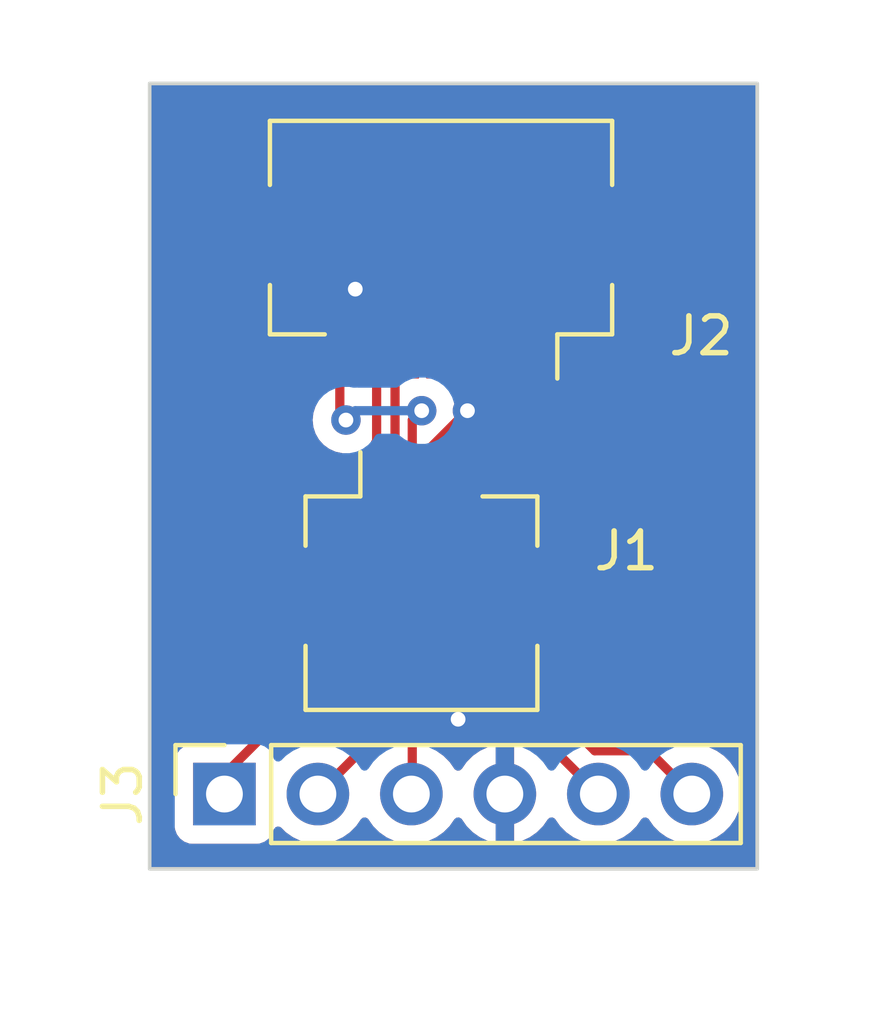
<source format=kicad_pcb>
(kicad_pcb (version 20221018) (generator pcbnew)
  (layers (0 "F.Cu" signal) (31 "B.Cu" signal) (34 "B.Paste" user) (35 "F.Paste" user) (36 "B.SilkS" user "B.Silkscreen") (37 "F.SilkS" user "F.Silkscreen") (38 "B.Mask" user) (39 "F.Mask" user) (44 "Edge.Cuts" user))
  (net 0 "")
  (net 1 "VDDHI")
  (net 2 "GND")
  (net 3 "SDA")
  (net 4 "SCL")
  (net 9 "RDY")
  (net 10 "NRST")
  (footprint "Connector_FFC-FPC:Hirose_FH12-12S-0.5SH_1x12-1MP_P0.50mm_Horizontal" (layer "F.Cu") (at 86.15 40.568 180)
    (fp_text reference "J1" (at -5.036 -7.184) (layer "F.SilkS"))
    (fp_text value "Conn_01x12_Socket")
    (fp_line (start -4.65 -1.3) (end -4.65 0.04) (stroke (width 0.12)) (layer "F.SilkS"))
    (fp_line (start -4.65 2.76) (end -4.65 4.5) (stroke (width 0.12)) (layer "F.SilkS"))
    (fp_line (start -4.65 4.5) (end 4.65 4.5) (stroke (width 0.12)) (layer "F.SilkS"))
    (fp_line (start -3.16 -1.3) (end -4.65 -1.3) (stroke (width 0.12)) (layer "F.SilkS"))
    (fp_line (start -3.16 -1.3) (end -3.16 -2.5) (stroke (width 0.12)) (layer "F.SilkS"))
    (fp_line (start 3.16 -1.3) (end 4.65 -1.3) (stroke (width 0.12)) (layer "F.SilkS"))
    (fp_line (start 4.65 -1.3) (end 4.65 0.04) (stroke (width 0.12)) (layer "F.SilkS"))
    (fp_line (start 4.65 4.5) (end 4.65 2.76) (stroke (width 0.12)) (layer "F.SilkS"))
    (pad "1" smd rect (at -2.75 -1.85 180) (size 0.3 1.3) (layers "F.Cu" "F.Paste" "F.Mask"))
    (pad "2" smd rect (at -2.25 -1.85 180) (size 0.3 1.3) (layers "F.Cu" "F.Paste" "F.Mask"))
    (pad "3" smd rect (at -1.75 -1.85 180) (size 0.3 1.3) (layers "F.Cu" "F.Paste" "F.Mask") (net 9 "RDY"))
    (pad "4" smd rect (at -1.25 -1.85 180) (size 0.3 1.3) (layers "F.Cu" "F.Paste" "F.Mask"))
    (pad "5" smd rect (at -0.75 -1.85 180) (size 0.3 1.3) (layers "F.Cu" "F.Paste" "F.Mask"))
    (pad "6" smd rect (at -0.25 -1.85 180) (size 0.3 1.3) (layers "F.Cu" "F.Paste" "F.Mask"))
    (pad "7" smd rect (at 0.25 -1.85 180) (size 0.3 1.3) (layers "F.Cu" "F.Paste" "F.Mask"))
    (pad "8" smd rect (at 0.75 -1.85 180) (size 0.3 1.3) (layers "F.Cu" "F.Paste" "F.Mask"))
    (pad "9" smd rect (at 1.25 -1.85 180) (size 0.3 1.3) (layers "F.Cu" "F.Paste" "F.Mask") (net 4 "SCL"))
    (pad "10" smd rect (at 1.75 -1.85 180) (size 0.3 1.3) (layers "F.Cu" "F.Paste" "F.Mask") (net 3 "SDA"))
    (pad "11" smd rect (at 2.25 -1.85 180) (size 0.3 1.3) (layers "F.Cu" "F.Paste" "F.Mask") (net 2 "GND"))
    (pad "12" smd rect (at 2.75 -1.85 180) (size 0.3 1.3) (layers "F.Cu" "F.Paste" "F.Mask") (net 1 "VDDHI"))
    (pad "MP" smd rect (at -4.65 1.4 180) (size 1.8 2.2) (layers "F.Cu" "F.Paste" "F.Mask"))
    (pad "MP" smd rect (at 4.65 1.4 180) (size 1.8 2.2) (layers "F.Cu" "F.Paste" "F.Mask"))
  )
  (footprint "Connector_PinSocket_2.54mm:PinSocket_1x06_P2.54mm_Vertical" (layer "F.Cu") (at 80.264 54.356 90)
    (fp_text reference "J3" (at 0 -2.77 90) (layer "F.SilkS"))
    (fp_text value "Conn_01x06_Pin")
    (fp_line (start -1.33 1.27) (end -1.33 14.03) (stroke (width 0.12)) (layer "F.SilkS"))
    (fp_line (start -1.33 1.27) (end 1.33 1.27) (stroke (width 0.12)) (layer "F.SilkS"))
    (fp_line (start -1.33 14.03) (end 1.33 14.03) (stroke (width 0.12)) (layer "F.SilkS"))
    (fp_line (start 0 -1.33) (end 1.33 -1.33) (stroke (width 0.12)) (layer "F.SilkS"))
    (fp_line (start 1.33 -1.33) (end 1.33 0) (stroke (width 0.12)) (layer "F.SilkS"))
    (fp_line (start 1.33 1.27) (end 1.33 14.03) (stroke (width 0.12)) (layer "F.SilkS"))
    (pad "1" thru_hole rect (at 0 0 90) (size 1.7 1.7) (drill 1) (layers "*.Cu" "*.Mask") (net 3 "SDA"))
    (pad "2" thru_hole oval (at 0 2.54 90) (size 1.7 1.7) (drill 1) (layers "*.Cu" "*.Mask") (net 4 "SCL"))
    (pad "3" thru_hole oval (at 0 5.08 90) (size 1.7 1.7) (drill 1) (layers "*.Cu" "*.Mask") (net 1 "VDDHI"))
    (pad "4" thru_hole oval (at 0 7.62 90) (size 1.7 1.7) (drill 1) (layers "*.Cu" "*.Mask") (net 2 "GND"))
    (pad "5" thru_hole oval (at 0 10.16 90) (size 1.7 1.7) (drill 1) (layers "*.Cu" "*.Mask") (net 10 "NRST"))
    (pad "6" thru_hole oval (at 0 12.7 90) (size 1.7 1.7) (drill 1) (layers "*.Cu" "*.Mask") (net 9 "RDY"))
  )
  (footprint "Connector_FFC-FPC:Hirose_FH12-6S-0.5SH_1x06-1MP_P0.50mm_Horizontal" (layer "F.Cu") (at 85.618 47.57)
    (fp_text reference "J2" (at 7.6 -5.66) (layer "F.SilkS"))
    (fp_text value "Conn_01x06_Socket")
    (fp_line (start -3.15 -1.3) (end -3.15 0.04) (stroke (width 0.12)) (layer "F.SilkS"))
    (fp_line (start -3.15 2.76) (end -3.15 4.5) (stroke (width 0.12)) (layer "F.SilkS"))
    (fp_line (start -3.15 4.5) (end 3.15 4.5) (stroke (width 0.12)) (layer "F.SilkS"))
    (fp_line (start -1.66 -1.3) (end -3.15 -1.3) (stroke (width 0.12)) (layer "F.SilkS"))
    (fp_line (start -1.66 -1.3) (end -1.66 -2.5) (stroke (width 0.12)) (layer "F.SilkS"))
    (fp_line (start 1.66 -1.3) (end 3.15 -1.3) (stroke (width 0.12)) (layer "F.SilkS"))
    (fp_line (start 3.15 -1.3) (end 3.15 0.04) (stroke (width 0.12)) (layer "F.SilkS"))
    (fp_line (start 3.15 4.5) (end 3.15 2.76) (stroke (width 0.12)) (layer "F.SilkS"))
    (pad "1" smd rect (at -1.25 -1.85) (size 0.3 1.3) (layers "F.Cu" "F.Paste" "F.Mask") (net 3 "SDA"))
    (pad "2" smd rect (at -0.75 -1.85) (size 0.3 1.3) (layers "F.Cu" "F.Paste" "F.Mask") (net 4 "SCL"))
    (pad "3" smd rect (at -0.25 -1.85) (size 0.3 1.3) (layers "F.Cu" "F.Paste" "F.Mask") (net 1 "VDDHI"))
    (pad "4" smd rect (at 0.25 -1.85) (size 0.3 1.3) (layers "F.Cu" "F.Paste" "F.Mask") (net 2 "GND"))
    (pad "5" smd rect (at 0.75 -1.85) (size 0.3 1.3) (layers "F.Cu" "F.Paste" "F.Mask") (net 10 "NRST"))
    (pad "6" smd rect (at 1.25 -1.85) (size 0.3 1.3) (layers "F.Cu" "F.Paste" "F.Mask") (net 9 "RDY"))
    (pad "MP" smd rect (at -3.15 1.4) (size 1.8 2.2) (layers "F.Cu" "F.Paste" "F.Mask"))
    (pad "MP" smd rect (at 3.15 1.4) (size 1.8 2.2) (layers "F.Cu" "F.Paste" "F.Mask"))
  )
  (gr_rect (start 78.232 35.052) (end 94.742 56.388) (stroke (width 0.1)) (fill none) (layer "Edge.Cuts"))
  (segment (start 85.368 45.72) (end 85.368 54.332) (width 0.25) (layer "F.Cu") (net 1))
  (segment (start 85.368 54.332) (end 85.344 54.356) (width 0.25) (layer "F.Cu") (net 1))
  (segment (start 83.4 42.418) (end 83.4 44.03) (width 0.25) (layer "F.Cu") (net 1))
  (segment (start 85.368 44.1985) (end 85.6245 43.942) (width 0.25) (layer "F.Cu") (net 1))
  (segment (start 83.4 44.03) (end 83.566 44.196) (width 0.25) (layer "F.Cu") (net 1))
  (segment (start 85.368 45.72) (end 85.368 44.1985) (width 0.25) (layer "F.Cu") (net 1))
  (via (at 83.566 44.196) (size 0.8) (drill 0.4) (layers "F.Cu" "B.Cu") (net 1))
  (via (at 85.6245 43.942) (size 0.8) (drill 0.4) (layers "F.Cu" "B.Cu") (net 1))
  (segment (start 85.6245 43.942) (end 83.82 43.942) (width 0.25) (layer "B.Cu") (net 1))
  (segment (start 83.82 43.942) (end 83.566 44.196) (width 0.25) (layer "B.Cu") (net 1))
  (segment (start 83.9 40.72) (end 83.82 40.64) (width 0.25) (layer "F.Cu") (net 2))
  (segment (start 85.868 51.578) (end 86.614 52.324) (width 0.25) (layer "F.Cu") (net 2))
  (segment (start 83.9 42.418) (end 83.9 40.72) (width 0.25) (layer "F.Cu") (net 2))
  (segment (start 85.868 44.942) (end 86.868 43.942) (width 0.25) (layer "F.Cu") (net 2))
  (segment (start 85.868 45.72) (end 85.868 51.578) (width 0.25) (layer "F.Cu") (net 2))
  (segment (start 85.868 45.72) (end 85.868 44.942) (width 0.25) (layer "F.Cu") (net 2))
  (via (at 86.614 52.324) (size 0.8) (drill 0.4) (layers "F.Cu" "B.Cu") (net 2))
  (via (at 83.82 40.64) (size 0.8) (drill 0.4) (layers "F.Cu" "B.Cu") (net 2))
  (via (at 86.868 43.942) (size 0.8) (drill 0.4) (layers "F.Cu" "B.Cu") (net 2))
  (segment (start 84.368 49.72) (end 80.264 53.824) (width 0.25) (layer "F.Cu") (net 3))
  (segment (start 80.264 53.824) (end 80.264 54.356) (width 0.25) (layer "F.Cu") (net 3))
  (segment (start 84.368 45.72) (end 84.368 49.72) (width 0.25) (layer "F.Cu") (net 3))
  (segment (start 84.4 44.788) (end 84.4 42.418) (width 0.25) (layer "F.Cu") (net 3))
  (segment (start 84.368 45.72) (end 84.368 44.82) (width 0.25) (layer "F.Cu") (net 3))
  (segment (start 84.368 44.82) (end 84.4 44.788) (width 0.25) (layer "F.Cu") (net 3))
  (segment (start 84.868 52.292) (end 82.804 54.356) (width 0.25) (layer "F.Cu") (net 4))
  (segment (start 84.9 44.788) (end 84.9 42.418) (width 0.25) (layer "F.Cu") (net 4))
  (segment (start 84.868 45.72) (end 84.868 44.82) (width 0.25) (layer "F.Cu") (net 4))
  (segment (start 84.868 45.72) (end 84.868 52.292) (width 0.25) (layer "F.Cu") (net 4))
  (segment (start 84.868 44.82) (end 84.9 44.788) (width 0.25) (layer "F.Cu") (net 4))
  (segment (start 86.868 45.72) (end 86.868 45.212) (width 0.25) (layer "F.Cu") (net 9))
  (segment (start 86.868 49.72) (end 90.329 53.181) (width 0.25) (layer "F.Cu") (net 9))
  (segment (start 86.868 45.212) (end 87.9 44.18) (width 0.25) (layer "F.Cu") (net 9))
  (segment (start 87.9 44.18) (end 87.9 42.418) (width 0.25) (layer "F.Cu") (net 9))
  (segment (start 86.868 45.72) (end 86.868 49.72) (width 0.25) (layer "F.Cu") (net 9))
  (segment (start 91.789 53.181) (end 92.964 54.356) (width 0.25) (layer "F.Cu") (net 9))
  (segment (start 90.329 53.181) (end 91.789 53.181) (width 0.25) (layer "F.Cu") (net 9))
  (segment (start 86.368 50.3) (end 86.368 45.72) (width 0.25) (layer "F.Cu") (net 10))
  (segment (start 90.424 54.356) (end 86.368 50.3) (width 0.25) (layer "F.Cu") (net 10))
  (zone (net 2) (net_name "GND") (layers "F&B.Cu") (connect_pads (clearance 0.5)) (min_thickness 0.25) (fill yes (thermal_gap 0.5) (thermal_bridge_width 0.5))
    (polygon (pts (xy 74.419499 33.038941) (xy 98.295499 32.784941) (xy 98.295499 57.676941) (xy 74.165499 57.168941)))
  )
)
</source>
